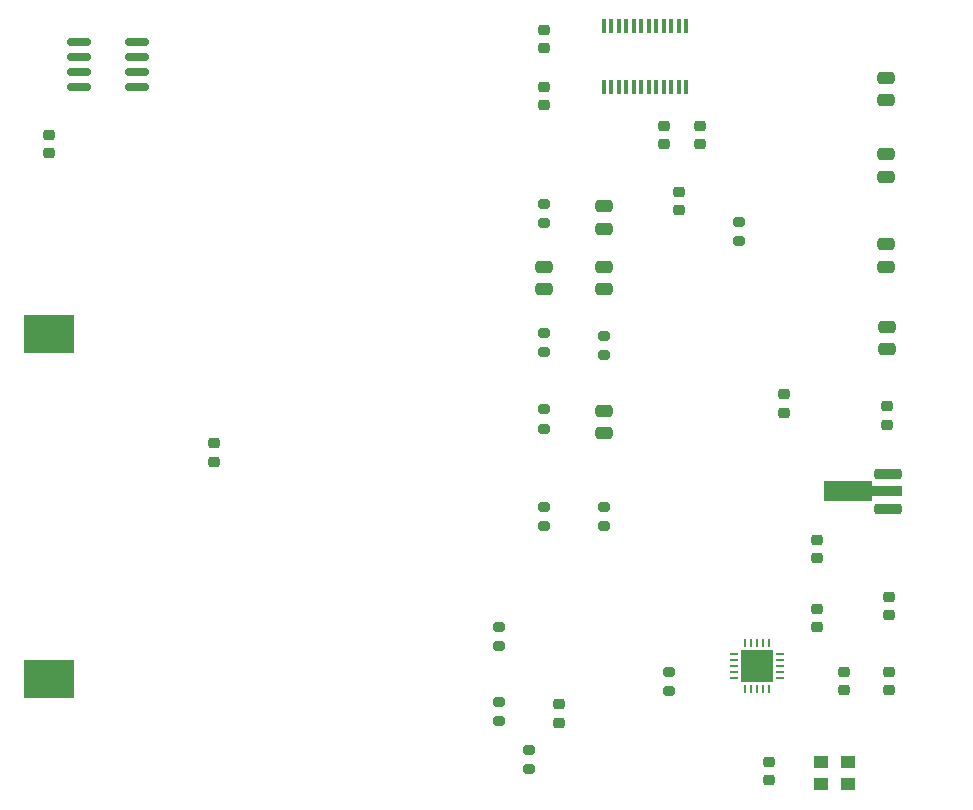
<source format=gbr>
G04 #@! TF.GenerationSoftware,KiCad,Pcbnew,8.0.4*
G04 #@! TF.CreationDate,2024-08-15T07:01:29-07:00*
G04 #@! TF.ProjectId,PocketFT8Xcvr,506f636b-6574-4465-9438-586376722e6b,rev?*
G04 #@! TF.SameCoordinates,Original*
G04 #@! TF.FileFunction,Paste,Top*
G04 #@! TF.FilePolarity,Positive*
%FSLAX46Y46*%
G04 Gerber Fmt 4.6, Leading zero omitted, Abs format (unit mm)*
G04 Created by KiCad (PCBNEW 8.0.4) date 2024-08-15 07:01:29*
%MOMM*%
%LPD*%
G01*
G04 APERTURE LIST*
G04 Aperture macros list*
%AMRoundRect*
0 Rectangle with rounded corners*
0 $1 Rounding radius*
0 $2 $3 $4 $5 $6 $7 $8 $9 X,Y pos of 4 corners*
0 Add a 4 corners polygon primitive as box body*
4,1,4,$2,$3,$4,$5,$6,$7,$8,$9,$2,$3,0*
0 Add four circle primitives for the rounded corners*
1,1,$1+$1,$2,$3*
1,1,$1+$1,$4,$5*
1,1,$1+$1,$6,$7*
1,1,$1+$1,$8,$9*
0 Add four rect primitives between the rounded corners*
20,1,$1+$1,$2,$3,$4,$5,0*
20,1,$1+$1,$4,$5,$6,$7,0*
20,1,$1+$1,$6,$7,$8,$9,0*
20,1,$1+$1,$8,$9,$2,$3,0*%
%AMFreePoly0*
4,1,9,5.362500,-0.866500,1.237500,-0.866500,1.237500,-0.450000,-1.237500,-0.450000,-1.237500,0.450000,1.237500,0.450000,1.237500,0.866500,5.362500,0.866500,5.362500,-0.866500,5.362500,-0.866500,$1*%
G04 Aperture macros list end*
%ADD10C,0.000000*%
%ADD11RoundRect,0.225000X0.250000X-0.225000X0.250000X0.225000X-0.250000X0.225000X-0.250000X-0.225000X0*%
%ADD12RoundRect,0.200000X-0.275000X0.200000X-0.275000X-0.200000X0.275000X-0.200000X0.275000X0.200000X0*%
%ADD13R,1.300000X1.100000*%
%ADD14RoundRect,0.250000X0.475000X-0.250000X0.475000X0.250000X-0.475000X0.250000X-0.475000X-0.250000X0*%
%ADD15R,4.318000X3.302000*%
%ADD16RoundRect,0.200000X0.275000X-0.200000X0.275000X0.200000X-0.275000X0.200000X-0.275000X-0.200000X0*%
%ADD17RoundRect,0.250000X-0.475000X0.250000X-0.475000X-0.250000X0.475000X-0.250000X0.475000X0.250000X0*%
%ADD18RoundRect,0.225000X-0.250000X0.225000X-0.250000X-0.225000X0.250000X-0.225000X0.250000X0.225000X0*%
%ADD19RoundRect,0.150000X-0.825000X-0.150000X0.825000X-0.150000X0.825000X0.150000X-0.825000X0.150000X0*%
%ADD20R,0.762000X0.254000*%
%ADD21R,0.254000X0.762000*%
%ADD22R,2.743200X2.743200*%
%ADD23RoundRect,0.225000X0.925000X0.225000X-0.925000X0.225000X-0.925000X-0.225000X0.925000X-0.225000X0*%
%ADD24FreePoly0,180.000000*%
%ADD25R,0.400000X1.200000*%
G04 APERTURE END LIST*
D10*
G36*
X181784828Y-107354700D02*
G01*
X180613228Y-107354700D01*
X180613228Y-106183100D01*
X181784828Y-106183100D01*
X181784828Y-107354700D01*
G37*
G36*
X181784828Y-108726300D02*
G01*
X180613228Y-108726300D01*
X180613228Y-107554700D01*
X181784828Y-107554700D01*
X181784828Y-108726300D01*
G37*
G36*
X183156428Y-107354700D02*
G01*
X181984828Y-107354700D01*
X181984828Y-106183100D01*
X183156428Y-106183100D01*
X183156428Y-107354700D01*
G37*
G36*
X183156428Y-108726300D02*
G01*
X181984828Y-108726300D01*
X181984828Y-107554700D01*
X183156428Y-107554700D01*
X183156428Y-108726300D01*
G37*
D11*
X177038000Y-63272000D03*
X177038000Y-61722000D03*
D12*
X163830000Y-93980000D03*
X163830000Y-95630000D03*
D13*
X187311000Y-117470000D03*
X189611000Y-117470000D03*
X189611000Y-115570000D03*
X187311000Y-115570000D03*
D14*
X168910000Y-75560000D03*
X168910000Y-73660000D03*
D15*
X121920000Y-108585000D03*
X121920000Y-79375000D03*
D16*
X160020000Y-105790000D03*
X160020000Y-104140000D03*
D17*
X168910000Y-85852000D03*
X168910000Y-87752000D03*
D11*
X184150000Y-86005000D03*
X184150000Y-84455000D03*
X173990000Y-63272000D03*
X173990000Y-61722000D03*
D17*
X163830000Y-73660000D03*
X163830000Y-75560000D03*
D18*
X121920000Y-62484000D03*
X121920000Y-64034000D03*
D11*
X193040000Y-103150000D03*
X193040000Y-101600000D03*
D19*
X124460000Y-54610000D03*
X124460000Y-55880000D03*
X124460000Y-57150000D03*
X124460000Y-58420000D03*
X129410000Y-58420000D03*
X129410000Y-57150000D03*
X129410000Y-55880000D03*
X129410000Y-54610000D03*
D11*
X189230000Y-109500000D03*
X189230000Y-107950000D03*
D14*
X192786000Y-66040000D03*
X192786000Y-64140000D03*
D11*
X193040000Y-109500000D03*
X193040000Y-107950000D03*
X175260000Y-68860000D03*
X175260000Y-67310000D03*
D16*
X160020000Y-112140000D03*
X160020000Y-110490000D03*
X180340000Y-71500000D03*
X180340000Y-69850000D03*
X168910000Y-95630000D03*
X168910000Y-93980000D03*
D17*
X192786000Y-71760000D03*
X192786000Y-73660000D03*
D14*
X192786000Y-59558000D03*
X192786000Y-57658000D03*
D18*
X186944000Y-102616000D03*
X186944000Y-104166000D03*
D12*
X174435000Y-107950000D03*
X174435000Y-109600000D03*
D20*
X179967128Y-106459528D03*
X179967128Y-106957114D03*
X179967128Y-107454700D03*
X179967128Y-107952286D03*
X179967128Y-108449872D03*
D21*
X180889656Y-109372400D03*
X181387242Y-109372400D03*
X181884828Y-109372400D03*
X182382414Y-109372400D03*
X182880000Y-109372400D03*
D20*
X183802528Y-108449872D03*
X183802528Y-107952286D03*
X183802528Y-107454700D03*
X183802528Y-106957114D03*
X183802528Y-106459528D03*
D21*
X182880000Y-105537000D03*
X182382414Y-105537000D03*
X181884828Y-105537000D03*
X181387242Y-105537000D03*
X180889656Y-105537000D03*
D22*
X181884828Y-107454700D03*
D16*
X163830000Y-80898000D03*
X163830000Y-79248000D03*
D11*
X135890000Y-90170000D03*
X135890000Y-88620000D03*
X163830000Y-59970000D03*
X163830000Y-58420000D03*
D12*
X162560000Y-114555000D03*
X162560000Y-116205000D03*
D11*
X163830000Y-55144000D03*
X163830000Y-53594000D03*
D16*
X163830000Y-87375000D03*
X163830000Y-85725000D03*
D23*
X192950000Y-94186000D03*
D24*
X192862500Y-92686000D03*
D23*
X192950000Y-91186000D03*
D18*
X186944000Y-96774000D03*
X186944000Y-98324000D03*
D25*
X175895000Y-53280000D03*
X175260000Y-53280000D03*
X174625000Y-53280000D03*
X173990000Y-53280000D03*
X173355000Y-53280000D03*
X172720000Y-53280000D03*
X172085000Y-53280000D03*
X171450000Y-53280000D03*
X170815000Y-53280000D03*
X170180000Y-53280000D03*
X169545000Y-53280000D03*
X168910000Y-53280000D03*
X168910000Y-58480000D03*
X169545000Y-58480000D03*
X170180000Y-58480000D03*
X170815000Y-58480000D03*
X171450000Y-58480000D03*
X172085000Y-58480000D03*
X172720000Y-58480000D03*
X173355000Y-58480000D03*
X173990000Y-58480000D03*
X174625000Y-58480000D03*
X175260000Y-58480000D03*
X175895000Y-58480000D03*
D11*
X165087000Y-112268000D03*
X165087000Y-110718000D03*
D16*
X168910000Y-81152000D03*
X168910000Y-79502000D03*
D17*
X168910000Y-68521000D03*
X168910000Y-70421000D03*
D11*
X182880000Y-117120000D03*
X182880000Y-115570000D03*
D12*
X163830000Y-68326000D03*
X163830000Y-69976000D03*
D14*
X192913000Y-80640000D03*
X192913000Y-78740000D03*
D11*
X192913000Y-87021000D03*
X192913000Y-85471000D03*
M02*

</source>
